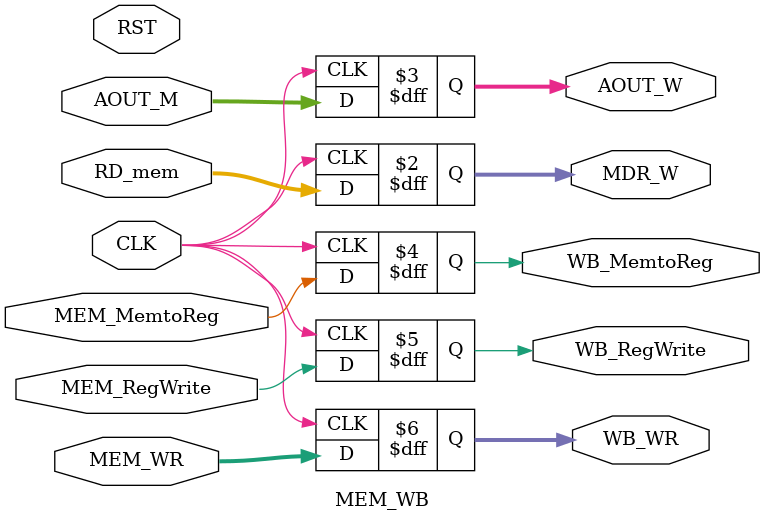
<source format=v>
module MEM_WB (RD_mem, AOUT_M, MEM_MemtoReg, MEM_RegWrite, WB_WR, 
MDR_W, AOUT_W, WB_MemtoReg, WB_RegWrite, MEM_WR, CLK, RST);
    
    input CLK;
    input RST;
    input [31:0] RD_mem;
    input [31:0] AOUT_M;
    input MEM_MemtoReg;
    input MEM_RegWrite;
    input [4:0] MEM_WR;

    output reg [31:0] MDR_W;
    output reg [31:0] AOUT_W;
    output reg WB_MemtoReg;
    output reg WB_RegWrite;
    output reg [4:0] WB_WR;


    always @(posedge CLK) begin
        if(CLK) begin
        MDR_W <= RD_mem;
        AOUT_W <= AOUT_M;
        WB_MemtoReg <= MEM_MemtoReg;
        WB_RegWrite <= MEM_RegWrite;
        WB_WR <= MEM_WR;
        // $display("%2t: MEM_WB", $time);
        end
    end
endmodule
</source>
